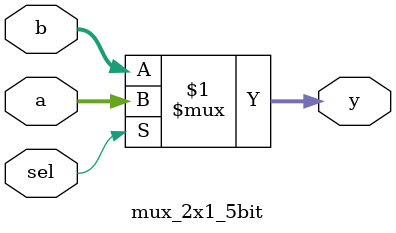
<source format=v>
`timescale 1ns / 1ps


module mux_2x1_5bit(
    input [4:0] a,
    input [4:0] b,
    input sel,
    output [4:0] y
    );
    
    assign y = sel ? a : b;
endmodule

</source>
